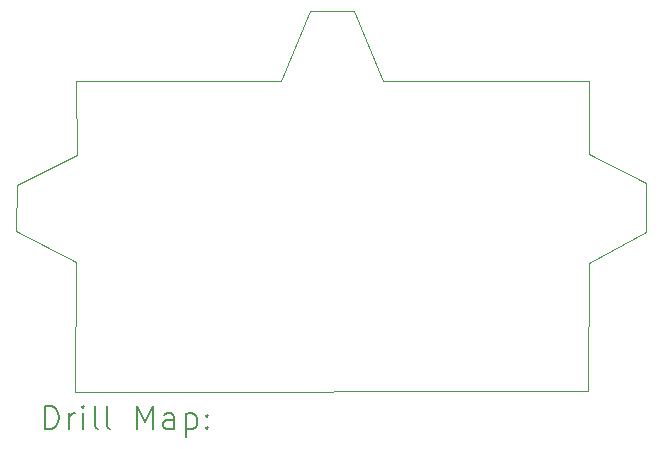
<source format=gbr>
%TF.GenerationSoftware,KiCad,Pcbnew,7.0.2-0*%
%TF.CreationDate,2023-11-12T18:26:15-05:00*%
%TF.ProjectId,LCD Module,4c434420-4d6f-4647-956c-652e6b696361,rev?*%
%TF.SameCoordinates,Original*%
%TF.FileFunction,Drillmap*%
%TF.FilePolarity,Positive*%
%FSLAX45Y45*%
G04 Gerber Fmt 4.5, Leading zero omitted, Abs format (unit mm)*
G04 Created by KiCad (PCBNEW 7.0.2-0) date 2023-11-12 18:26:15*
%MOMM*%
%LPD*%
G01*
G04 APERTURE LIST*
%ADD10C,0.100000*%
%ADD11C,0.200000*%
G04 APERTURE END LIST*
D10*
X12733867Y-6937120D02*
X14473328Y-6937346D01*
X14472620Y-7558456D01*
X14960404Y-7805776D01*
X14960404Y-8219731D01*
X14472620Y-8480411D01*
X14468719Y-9566906D01*
X10121810Y-9571271D01*
X10130173Y-8469234D01*
X9626301Y-8208453D01*
X9633948Y-7817054D01*
X10135885Y-7564800D01*
X10133025Y-6936677D01*
X11862939Y-6937120D01*
X12113071Y-6349773D01*
X12484539Y-6349773D01*
X12733867Y-6937120D01*
D11*
X9868920Y-9888795D02*
X9868920Y-9688795D01*
X9868920Y-9688795D02*
X9916539Y-9688795D01*
X9916539Y-9688795D02*
X9945111Y-9698319D01*
X9945111Y-9698319D02*
X9964159Y-9717366D01*
X9964159Y-9717366D02*
X9973682Y-9736414D01*
X9973682Y-9736414D02*
X9983206Y-9774509D01*
X9983206Y-9774509D02*
X9983206Y-9803080D01*
X9983206Y-9803080D02*
X9973682Y-9841176D01*
X9973682Y-9841176D02*
X9964159Y-9860223D01*
X9964159Y-9860223D02*
X9945111Y-9879271D01*
X9945111Y-9879271D02*
X9916539Y-9888795D01*
X9916539Y-9888795D02*
X9868920Y-9888795D01*
X10068920Y-9888795D02*
X10068920Y-9755461D01*
X10068920Y-9793557D02*
X10078444Y-9774509D01*
X10078444Y-9774509D02*
X10087968Y-9764985D01*
X10087968Y-9764985D02*
X10107016Y-9755461D01*
X10107016Y-9755461D02*
X10126063Y-9755461D01*
X10192730Y-9888795D02*
X10192730Y-9755461D01*
X10192730Y-9688795D02*
X10183206Y-9698319D01*
X10183206Y-9698319D02*
X10192730Y-9707842D01*
X10192730Y-9707842D02*
X10202254Y-9698319D01*
X10202254Y-9698319D02*
X10192730Y-9688795D01*
X10192730Y-9688795D02*
X10192730Y-9707842D01*
X10316539Y-9888795D02*
X10297492Y-9879271D01*
X10297492Y-9879271D02*
X10287968Y-9860223D01*
X10287968Y-9860223D02*
X10287968Y-9688795D01*
X10421301Y-9888795D02*
X10402254Y-9879271D01*
X10402254Y-9879271D02*
X10392730Y-9860223D01*
X10392730Y-9860223D02*
X10392730Y-9688795D01*
X10649873Y-9888795D02*
X10649873Y-9688795D01*
X10649873Y-9688795D02*
X10716540Y-9831652D01*
X10716540Y-9831652D02*
X10783206Y-9688795D01*
X10783206Y-9688795D02*
X10783206Y-9888795D01*
X10964159Y-9888795D02*
X10964159Y-9784033D01*
X10964159Y-9784033D02*
X10954635Y-9764985D01*
X10954635Y-9764985D02*
X10935587Y-9755461D01*
X10935587Y-9755461D02*
X10897492Y-9755461D01*
X10897492Y-9755461D02*
X10878444Y-9764985D01*
X10964159Y-9879271D02*
X10945111Y-9888795D01*
X10945111Y-9888795D02*
X10897492Y-9888795D01*
X10897492Y-9888795D02*
X10878444Y-9879271D01*
X10878444Y-9879271D02*
X10868920Y-9860223D01*
X10868920Y-9860223D02*
X10868920Y-9841176D01*
X10868920Y-9841176D02*
X10878444Y-9822128D01*
X10878444Y-9822128D02*
X10897492Y-9812604D01*
X10897492Y-9812604D02*
X10945111Y-9812604D01*
X10945111Y-9812604D02*
X10964159Y-9803080D01*
X11059397Y-9755461D02*
X11059397Y-9955461D01*
X11059397Y-9764985D02*
X11078444Y-9755461D01*
X11078444Y-9755461D02*
X11116540Y-9755461D01*
X11116540Y-9755461D02*
X11135587Y-9764985D01*
X11135587Y-9764985D02*
X11145111Y-9774509D01*
X11145111Y-9774509D02*
X11154635Y-9793557D01*
X11154635Y-9793557D02*
X11154635Y-9850699D01*
X11154635Y-9850699D02*
X11145111Y-9869747D01*
X11145111Y-9869747D02*
X11135587Y-9879271D01*
X11135587Y-9879271D02*
X11116540Y-9888795D01*
X11116540Y-9888795D02*
X11078444Y-9888795D01*
X11078444Y-9888795D02*
X11059397Y-9879271D01*
X11240349Y-9869747D02*
X11249873Y-9879271D01*
X11249873Y-9879271D02*
X11240349Y-9888795D01*
X11240349Y-9888795D02*
X11230825Y-9879271D01*
X11230825Y-9879271D02*
X11240349Y-9869747D01*
X11240349Y-9869747D02*
X11240349Y-9888795D01*
X11240349Y-9764985D02*
X11249873Y-9774509D01*
X11249873Y-9774509D02*
X11240349Y-9784033D01*
X11240349Y-9784033D02*
X11230825Y-9774509D01*
X11230825Y-9774509D02*
X11240349Y-9764985D01*
X11240349Y-9764985D02*
X11240349Y-9784033D01*
M02*

</source>
